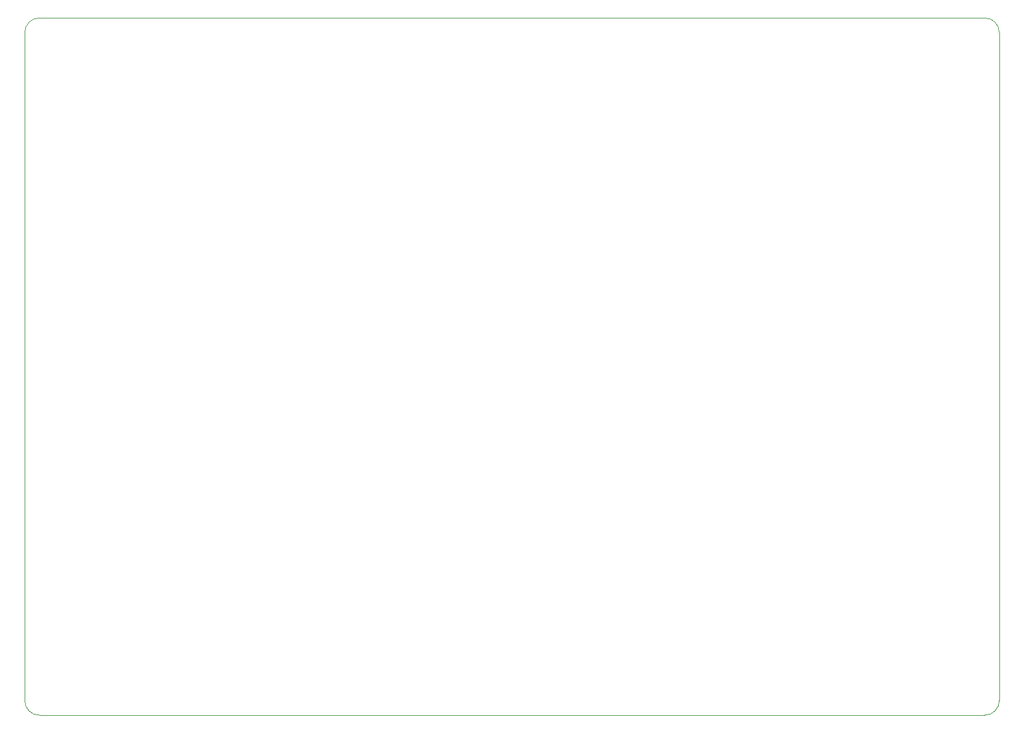
<source format=gbr>
%TF.GenerationSoftware,KiCad,Pcbnew,(7.0.0)*%
%TF.CreationDate,2023-02-28T11:22:52+09:00*%
%TF.ProjectId,sgkb,73676b62-2e6b-4696-9361-645f70636258,rev?*%
%TF.SameCoordinates,Original*%
%TF.FileFunction,Profile,NP*%
%FSLAX46Y46*%
G04 Gerber Fmt 4.6, Leading zero omitted, Abs format (unit mm)*
G04 Created by KiCad (PCBNEW (7.0.0)) date 2023-02-28 11:22:52*
%MOMM*%
%LPD*%
G01*
G04 APERTURE LIST*
%TA.AperFunction,Profile*%
%ADD10C,0.100000*%
%TD*%
G04 APERTURE END LIST*
D10*
X179000000Y-157000000D02*
G75*
G03*
X181000000Y-155000000I0J2000000D01*
G01*
X49000000Y-61000000D02*
X179000000Y-61000000D01*
X181000000Y-63000000D02*
G75*
G03*
X179000000Y-61000000I-2000000J0D01*
G01*
X181000000Y-63000000D02*
X181000000Y-155000000D01*
X179000000Y-157000000D02*
X49000000Y-157000000D01*
X47000000Y-63000000D02*
X47000000Y-155000000D01*
X47000000Y-155000000D02*
G75*
G03*
X49000000Y-157000000I2000000J0D01*
G01*
X49000000Y-61000000D02*
G75*
G03*
X47000000Y-63000000I0J-2000000D01*
G01*
M02*

</source>
